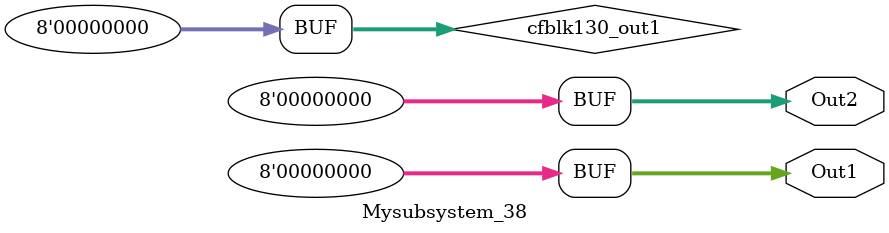
<source format=v>



`timescale 1 ns / 1 ns

module Mysubsystem_38
          (Out1,
           Out2);


  output  [7:0] Out1;  // uint8
  output  [7:0] Out2;  // uint8


  wire [7:0] cfblk130_out1;  // uint8


  assign cfblk130_out1 = 8'b00000000;



  assign Out1 = cfblk130_out1;

  assign Out2 = cfblk130_out1;

endmodule  // Mysubsystem_38


</source>
